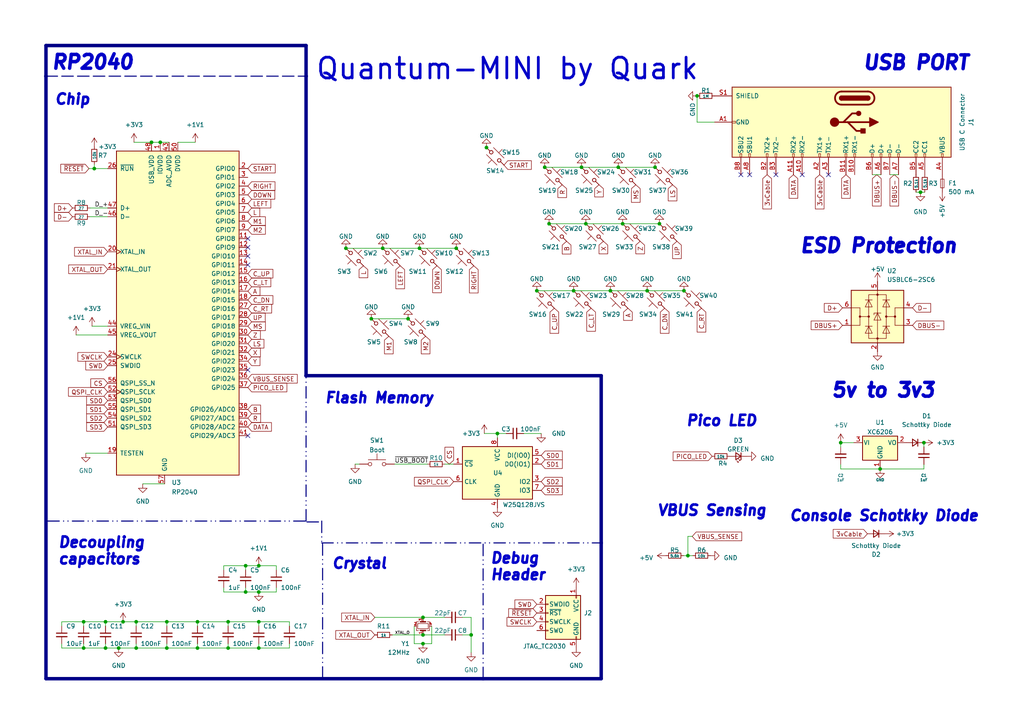
<source format=kicad_sch>
(kicad_sch (version 20230121) (generator eeschema)
  (paper "A4")
  (junction (at 174.371 157.4631))
  (junction (at 100.33 72.009))
  (junction (at 48.387 187.96))
  (junction (at 144.272 125.73))
  (junction (at 39.497 187.96))
  (junction (at 13.335 22.098))
  (junction (at 179.324 48.514))
  (junction (at 118.364 92.456))
  (junction (at 122.682 179.07))
  (junction (at 180.594 64.897))
  (junction (at 66.167 187.96))
  (junction (at 57.277 180.34))
  (junction (at 71.247 171.704))
  (junction (at 57.277 187.96))
  (junction (at 43.942 41.275))
  (junction (at 266.9794 55.753))
  (junction (at 157.988 48.514))
  (junction (at 27.3492 48.895))
  (junction (at 166.37 84.328))
  (junction (at 34.417 187.96))
  (junction (at 136.652 184.15))
  (junction (at 48.387 180.34))
  (junction (at 88.773 108.966))
  (junction (at 255.27 136.017) (diameter 0.9144))
  (junction (at 198.374 84.328))
  (junction (at 132.334 72.009))
  (junction (at 35.687 180.34))
  (junction (at 39.497 180.34))
  (junction (at 71.247 164.084))
  (junction (at 122.682 184.15))
  (junction (at 202.184 27.813))
  (junction (at 199.517 161.163))
  (junction (at 110.998 72.009))
  (junction (at 189.992 48.514))
  (junction (at 177.038 84.328))
  (junction (at 75.057 180.34))
  (junction (at 24.257 180.34))
  (junction (at 24.257 187.96))
  (junction (at 88.773 22.098))
  (junction (at 159.258 64.897))
  (junction (at 121.666 72.009))
  (junction (at 75.057 171.704))
  (junction (at 187.706 84.328))
  (junction (at 267.97 128.397))
  (junction (at 191.262 64.897))
  (junction (at 46.482 41.275))
  (junction (at 66.167 180.34))
  (junction (at 75.057 164.084))
  (junction (at 243.84 128.397) (diameter 0.9144))
  (junction (at 122.682 186.69))
  (junction (at 141.097 42.799))
  (junction (at 107.696 92.456))
  (junction (at 168.656 48.514))
  (junction (at 140.128 196.85))
  (junction (at 30.607 187.96))
  (junction (at 30.607 180.34))
  (junction (at 155.702 84.328))
  (junction (at 169.926 64.897))
  (junction (at 75.057 187.96))
  (no_connect (at 217.424 50.673))
  (no_connect (at 71.882 107.315))
  (no_connect (at 71.882 74.295))
  (no_connect (at 71.882 71.755))
  (no_connect (at 71.882 76.835))
  (no_connect (at 71.882 69.215))
  (no_connect (at 225.044 50.673))
  (no_connect (at 71.882 126.365))
  (no_connect (at 214.884 50.673))
  (no_connect (at 240.284 50.673))
  (no_connect (at 232.664 50.673))
  (wire (pts (xy 129.032 134.62) (xy 131.572 134.62)))
  (wire (pts (xy 64.897 170.434) (xy 64.897 171.704)))
  (wire (pts (xy 17.907 187.96) (xy 24.257 187.96)))
  (wire (pts (xy 166.37 84.328) (xy 177.038 84.328)))
  (bus (pts (xy 140.128 196.85) (xy 174.371 196.85)) (stroke (width 1)))
  (wire (pts (xy 120.142 181.61) (xy 120.142 186.69)))
  (wire (pts (xy 66.167 186.69) (xy 66.167 187.96)))
  (wire (pts (xy 102.997 134.62) (xy 104.267 134.62)))
  (wire (pts (xy 108.712 179.07) (xy 122.682 179.07)))
  (bus (pts (xy 13.335 22.098) (xy 13.335 196.85)) (stroke (width 1)))
  (wire (pts (xy 57.277 180.34) (xy 66.167 180.34)))
  (bus (pts (xy 140.128 196.85) (xy 140.128 157.48)) (stroke (width 0) (type dash_dot_dot)))
  (bus (pts (xy 174.371 157.4631) (xy 174.371 157.48)))
  (wire (pts (xy 265.684 55.753) (xy 266.9794 55.753)))
  (wire (pts (xy 180.594 64.897) (xy 191.262 64.897)))
  (wire (pts (xy 260.604 50.673) (xy 258.064 50.673)))
  (wire (pts (xy 17.907 186.69) (xy 17.907 187.96)))
  (wire (pts (xy 71.247 170.434) (xy 71.247 171.704)))
  (bus (pts (xy 13.843 151.13) (xy 88.773 151.13)) (stroke (width 0) (type dash_dot_dot)))
  (wire (pts (xy 187.706 84.328) (xy 198.374 84.328)))
  (wire (pts (xy 255.524 50.673) (xy 252.984 50.673)))
  (wire (pts (xy 48.387 180.34) (xy 48.387 181.61)))
  (wire (pts (xy 30.607 186.69) (xy 30.607 187.96)))
  (wire (pts (xy 26.1112 62.865) (xy 31.242 62.865)))
  (wire (pts (xy 100.33 72.009) (xy 110.998 72.009)))
  (wire (pts (xy 24.257 180.34) (xy 24.257 181.61)))
  (wire (pts (xy 267.97 134.7216) (xy 267.97 136.017)))
  (wire (pts (xy 17.907 180.34) (xy 24.257 180.34)))
  (wire (pts (xy 39.497 180.34) (xy 48.387 180.34)))
  (wire (pts (xy 27.3492 48.895) (xy 31.242 48.895)))
  (wire (pts (xy 39.497 180.34) (xy 39.497 181.61)))
  (bus (pts (xy 93.3122 157.4631) (xy 174.371 157.4631)) (stroke (width 0) (type dash_dot_dot)))
  (wire (pts (xy 80.137 171.704) (xy 80.137 170.434)))
  (wire (pts (xy 255.27 136.017) (xy 243.84 136.017)))
  (wire (pts (xy 30.607 180.34) (xy 35.687 180.34)))
  (wire (pts (xy 134.112 179.07) (xy 136.652 179.07)))
  (wire (pts (xy 114.427 134.62) (xy 123.952 134.62)))
  (wire (pts (xy 24.257 186.69) (xy 24.257 187.96)))
  (bus (pts (xy 13.335 13.208) (xy 88.773 13.208)) (stroke (width 1)))
  (wire (pts (xy 48.387 187.96) (xy 48.387 186.69)))
  (wire (pts (xy 121.666 72.009) (xy 132.334 72.009)))
  (wire (pts (xy 71.247 171.704) (xy 75.057 171.704)))
  (wire (pts (xy 107.696 92.456) (xy 118.364 92.456)))
  (wire (pts (xy 46.482 41.275) (xy 49.022 41.275)))
  (wire (pts (xy 66.167 180.34) (xy 75.057 180.34)))
  (bus (pts (xy 13.335 196.85) (xy 140.128 196.85)) (stroke (width 1)))
  (wire (pts (xy 140.462 125.73) (xy 144.272 125.73)))
  (wire (pts (xy 151.892 125.73) (xy 156.972 125.73)))
  (wire (pts (xy 144.272 125.73) (xy 144.272 127)))
  (wire (pts (xy 57.277 180.34) (xy 57.277 181.61)))
  (bus (pts (xy 88.773 13.208) (xy 88.773 22.098)) (stroke (width 1)))
  (wire (pts (xy 75.057 171.704) (xy 80.137 171.704)))
  (wire (pts (xy 17.907 181.61) (xy 17.907 180.34)))
  (wire (pts (xy 122.682 184.15) (xy 113.792 184.15)))
  (bus (pts (xy 88.773 22.098) (xy 88.773 108.966)) (stroke (width 1)))
  (wire (pts (xy 125.222 181.61) (xy 125.222 186.69)))
  (wire (pts (xy 199.517 161.163) (xy 200.9648 161.163)))
  (wire (pts (xy 75.057 180.34) (xy 75.057 181.61)))
  (wire (pts (xy 30.607 187.96) (xy 34.417 187.96)))
  (wire (pts (xy 267.97 129.6416) (xy 267.97 128.397)))
  (wire (pts (xy 136.652 184.15) (xy 134.112 184.15)))
  (wire (pts (xy 110.998 72.009) (xy 121.666 72.009)))
  (wire (pts (xy 30.607 180.34) (xy 30.607 181.61)))
  (bus (pts (xy 13.335 13.208) (xy 13.335 22.098)) (stroke (width 1)))
  (wire (pts (xy 71.247 164.084) (xy 71.247 165.354)))
  (wire (pts (xy 177.038 84.328) (xy 187.706 84.328)))
  (wire (pts (xy 159.258 64.897) (xy 169.926 64.897)))
  (wire (pts (xy 66.167 180.34) (xy 66.167 181.61)))
  (wire (pts (xy 75.057 164.084) (xy 80.137 164.084)))
  (wire (pts (xy 80.137 164.084) (xy 80.137 165.354)))
  (wire (pts (xy 24.892 131.445) (xy 31.242 131.445)))
  (wire (pts (xy 64.897 164.084) (xy 64.897 165.354)))
  (wire (pts (xy 24.257 187.96) (xy 30.607 187.96)))
  (wire (pts (xy 243.84 134.747) (xy 243.84 136.017)))
  (bus (pts (xy 174.371 196.85) (xy 174.371 157.4631)) (stroke (width 1)))
  (wire (pts (xy 136.652 184.15) (xy 136.652 189.23)))
  (wire (pts (xy 144.272 125.73) (xy 146.812 125.73)))
  (wire (pts (xy 27.3492 47.625) (xy 27.3492 48.895)))
  (bus (pts (xy 89.027 151.384) (xy 93.5662 151.384)) (stroke (width 0) (type dash_dot_dot)))
  (wire (pts (xy 200.787 155.575) (xy 199.517 155.575)))
  (bus (pts (xy 88.773 108.966) (xy 174.371 108.966)) (stroke (width 1)))
  (wire (pts (xy 48.387 187.96) (xy 57.277 187.96)))
  (wire (pts (xy 207.264 35.433) (xy 202.184 35.433)))
  (wire (pts (xy 75.057 180.34) (xy 83.947 180.34)))
  (wire (pts (xy 38.862 41.275) (xy 43.942 41.275)))
  (wire (pts (xy 26.1112 60.325) (xy 31.242 60.325)))
  (wire (pts (xy 66.167 187.96) (xy 75.057 187.96)))
  (wire (pts (xy 75.057 187.96) (xy 83.947 187.96)))
  (wire (pts (xy 202.184 35.433) (xy 202.184 27.813)))
  (wire (pts (xy 179.324 48.514) (xy 189.992 48.514)))
  (wire (pts (xy 120.142 186.69) (xy 122.682 186.69)))
  (wire (pts (xy 157.988 48.514) (xy 168.656 48.514)))
  (wire (pts (xy 43.942 41.275) (xy 46.482 41.275)))
  (wire (pts (xy 75.057 164.084) (xy 71.247 164.084)))
  (wire (pts (xy 136.652 179.07) (xy 136.652 184.15)))
  (wire (pts (xy 64.897 171.704) (xy 71.247 171.704)))
  (wire (pts (xy 129.032 179.07) (xy 122.682 179.07)))
  (wire (pts (xy 83.947 187.96) (xy 83.947 186.69)))
  (wire (pts (xy 30.607 180.34) (xy 24.257 180.34)))
  (wire (pts (xy 57.277 187.96) (xy 66.167 187.96)))
  (wire (pts (xy 25.8063 48.895) (xy 27.3492 48.895)))
  (bus (pts (xy 174.371 157.4631) (xy 174.371 108.966)) (stroke (width 1)))
  (wire (pts (xy 168.656 48.514) (xy 179.324 48.514)))
  (wire (pts (xy 31.242 97.155) (xy 22.0726 97.155)))
  (wire (pts (xy 41.402 140.335) (xy 47.752 140.335)))
  (wire (pts (xy 39.497 187.96) (xy 48.387 187.96)))
  (wire (pts (xy 155.702 84.328) (xy 166.37 84.328)))
  (bus (pts (xy 13.335 22.098) (xy 88.773 22.098)) (stroke (width 0) (type dash)))
  (wire (pts (xy 255.27 136.017) (xy 267.97 136.017)))
  (bus (pts (xy 93.5662 157.7171) (xy 93.5662 197.104)) (stroke (width 0) (type dash_dot_dot)))
  (wire (pts (xy 71.247 164.084) (xy 64.897 164.084)))
  (wire (pts (xy 125.222 186.69) (xy 122.682 186.69)))
  (wire (pts (xy 129.032 184.15) (xy 122.682 184.15)))
  (bus (pts (xy 93.3122 151.13) (xy 93.3122 157.4631)) (stroke (width 0) (type dash_dot_dot)))
  (wire (pts (xy 26.6954 94.615) (xy 31.242 94.615)))
  (wire (pts (xy 57.277 186.69) (xy 57.277 187.96)))
  (wire (pts (xy 199.517 155.575) (xy 199.517 161.163)))
  (wire (pts (xy 75.057 187.96) (xy 75.057 186.69)))
  (bus (pts (xy 88.773 151.13) (xy 88.773 108.966)) (stroke (width 0) (type dash_dot_dot)))
  (wire (pts (xy 243.84 128.397) (xy 243.84 129.667)))
  (wire (pts (xy 83.947 180.34) (xy 83.947 181.61)))
  (wire (pts (xy 51.562 41.275) (xy 56.642 41.275)))
  (wire (pts (xy 34.417 187.96) (xy 39.497 187.96)))
  (wire (pts (xy 266.9794 55.753) (xy 268.224 55.753)))
  (wire (pts (xy 48.387 180.34) (xy 57.277 180.34)))
  (wire (pts (xy 39.497 187.96) (xy 39.497 186.69)))
  (wire (pts (xy 243.84 128.397) (xy 247.65 128.397)))
  (wire (pts (xy 169.926 64.897) (xy 180.594 64.897)))
  (wire (pts (xy 35.687 180.34) (xy 39.497 180.34)))
  (wire (pts (xy 198.247 161.163) (xy 199.517 161.163)))
  (text "ESD Protection" (at 231.648 73.787 0) (effects (font (size 4 4) (thickness 2) bold italic) (justify left bottom)))
  (text "Crystal" (at 96.012 165.354 0) (effects (font (size 3 3) (thickness 2) bold italic) (justify left bottom)))
  (text "Chip" (at 15.621 30.734 0) (effects (font (size 3 3) (thickness 2) bold italic) (justify left bottom)))
  (text "VBUS Sensing" (at 190.373 149.987 0) (effects (font (size 3 3) (thickness 2) bold italic) (justify left bottom)))
  (text "Quantum-MINI by Quark" (at 202.946 23.622 0) (effects (font (size 6 6) (thickness 0.8) bold) (justify right bottom)))
  (text "Pico LED" (at 198.755 123.952 0) (effects (font (size 3 3) (thickness 2) bold italic) (justify left bottom)))
  (text "5v to 3v3" (at 240.792 115.697 0) (effects (font (size 4 4) (thickness 2) bold italic) (justify left bottom)))
  (text "RP2040" (at 14.605 20.574 0) (effects (font (size 4 4) (thickness 2) bold italic) (justify left bottom)))
  (text "Decoupling\ncapacitors" (at 16.637 164.084 0) (effects (font (size 3 3) (thickness 2) bold italic) (justify left bottom)))
  (text "Debug\nHeader" (at 141.986 168.656 0) (effects (font (size 3 3) (thickness 2) bold italic) (justify left bottom)))
  (text "Console Schotkky Diode" (at 228.727 151.511 0) (effects (font (size 3 3) (thickness 2) bold italic) (justify left bottom)))
  (text "USB PORT" (at 249.936 20.701 0) (effects (font (size 4 4) (thickness 2) bold italic) (justify left bottom)))
  (text "Flash Memory" (at 93.98 117.348 0) (effects (font (size 3 3) (thickness 2) bold italic) (justify left bottom)))
  (label "~{USB_BOOT}" (at 114.427 134.62 0))
  (label "XTAL_O" (at 118.872 184.15 180) (effects (font (size 0.8 0.8))))
  (label "D_-" (at 27.432 62.865 0))
  (label "D_+" (at 27.432 60.325 0))
  (global_label "DBUS-" (shape input) (at 259.3848 50.673 270) (property "Intersheetrefs" "${INTERSHEET_REFS}" (effects hide)))
  (global_label "LEFT" (shape input) (at 116.078 77.089 270) (property "Intersheetrefs" "${INTERSHEET_REFS}" (effects hide)))
  (global_label "L" (shape input) (at 105.41 77.089 270) (property "Intersheetrefs" "${INTERSHEET_REFS}" (effects hide)))
  (global_label "XTAL_IN" (shape input) (at 31.242 73.025 180) (property "Intersheetrefs" "${INTERSHEET_REFS}" (effects hide)))
  (global_label "RIGHT" (shape input) (at 71.882 53.975 0) (property "Intersheetrefs" "${INTERSHEET_REFS}" (effects hide)))
  (global_label "3vCable" (shape input) (at 251.587 154.813 180) (property "Intersheetrefs" "${INTERSHEET_REFS}" (effects hide)))
  (global_label "C_DN" (shape input) (at 192.786 89.408 270) (property "Intersheetrefs" "${INTERSHEET_REFS}" (effects hide)))
  (global_label "SD2" (shape input) (at 156.972 139.7 0) (property "Intersheetrefs" "${INTERSHEET_REFS}" (effects hide)))
  (global_label "DOWN" (shape input) (at 71.882 56.515 0) (property "Intersheetrefs" "${INTERSHEET_REFS}" (effects hide)))
  (global_label "XTAL_OUT" (shape input) (at 31.242 78.105 180) (property "Intersheetrefs" "${INTERSHEET_REFS}" (effects hide)))
  (global_label "SWCLK" (shape input) (at 31.242 103.505 180) (property "Intersheetrefs" "${INTERSHEET_REFS}" (effects hide)))
  (global_label "LEFT" (shape input) (at 71.882 59.055 0) (property "Intersheetrefs" "${INTERSHEET_REFS}" (effects hide)))
  (global_label "M1" (shape input) (at 112.776 97.536 270) (property "Intersheetrefs" "${INTERSHEET_REFS}" (effects hide)))
  (global_label "DATA" (shape input) (at 245.364 50.673 270) (property "Intersheetrefs" "${INTERSHEET_REFS}" (effects hide)))
  (global_label "QSPI_CLK" (shape input) (at 131.572 139.7 180) (property "Intersheetrefs" "${INTERSHEET_REFS}" (effects hide)))
  (global_label "PICO_LED" (shape input) (at 206.5528 132.334 180) (property "Intersheetrefs" "${INTERSHEET_REFS}" (effects hide)))
  (global_label "Z" (shape input) (at 71.882 97.155 0) (property "Intersheetrefs" "${INTERSHEET_REFS}" (effects hide)))
  (global_label "SD0" (shape input) (at 156.972 132.08 0) (property "Intersheetrefs" "${INTERSHEET_REFS}" (effects hide)))
  (global_label "3vCable" (shape input) (at 222.504 50.673 270) (property "Intersheetrefs" "${INTERSHEET_REFS}" (effects hide)))
  (global_label "C_UP" (shape input) (at 71.882 79.375 0) (property "Intersheetrefs" "${INTERSHEET_REFS}" (effects hide)))
  (global_label "X" (shape input) (at 71.882 102.235 0) (property "Intersheetrefs" "${INTERSHEET_REFS}" (effects hide)))
  (global_label "A" (shape input) (at 71.882 84.455 0) (property "Intersheetrefs" "${INTERSHEET_REFS}" (effects hide)))
  (global_label "C_LT" (shape input) (at 71.882 81.915 0) (property "Intersheetrefs" "${INTERSHEET_REFS}" (effects hide)))
  (global_label "LS" (shape input) (at 195.072 53.594 270) (property "Intersheetrefs" "${INTERSHEET_REFS}" (effects hide)))
  (global_label "A" (shape input) (at 182.118 89.408 270) (property "Intersheetrefs" "${INTERSHEET_REFS}" (effects hide)))
  (global_label "LS" (shape input) (at 71.882 99.695 0) (property "Intersheetrefs" "${INTERSHEET_REFS}" (effects hide)))
  (global_label "SD2" (shape input) (at 31.242 121.285 180) (property "Intersheetrefs" "${INTERSHEET_REFS}" (effects hide)))
  (global_label "Z" (shape input) (at 185.674 69.977 270) (property "Intersheetrefs" "${INTERSHEET_REFS}" (effects hide)))
  (global_label "C_UP" (shape input) (at 160.782 89.408 270) (property "Intersheetrefs" "${INTERSHEET_REFS}" (effects hide)))
  (global_label "MS" (shape input) (at 184.404 53.594 270) (property "Intersheetrefs" "${INTERSHEET_REFS}" (effects hide)))
  (global_label "RIGHT" (shape input) (at 137.414 77.089 270) (property "Intersheetrefs" "${INTERSHEET_REFS}" (effects hide)))
  (global_label "C_RT" (shape input) (at 71.882 89.535 0) (property "Intersheetrefs" "${INTERSHEET_REFS}" (effects hide)))
  (global_label "~{RESET}" (shape input) (at 155.702 177.8 180) (property "Intersheetrefs" "${INTERSHEET_REFS}" (effects hide)))
  (global_label "SWD" (shape input) (at 31.242 106.045 180) (property "Intersheetrefs" "${INTERSHEET_REFS}" (effects hide)))
  (global_label "C_LT" (shape input) (at 171.45 89.408 270) (property "Intersheetrefs" "${INTERSHEET_REFS}" (effects hide)))
  (global_label "DATA" (shape input) (at 230.124 50.673 270) (property "Intersheetrefs" "${INTERSHEET_REFS}" (effects hide)))
  (global_label "SD1" (shape input) (at 31.242 118.745 180) (property "Intersheetrefs" "${INTERSHEET_REFS}" (effects hide)))
  (global_label "DBUS+" (shape input) (at 254.3048 50.673 270) (property "Intersheetrefs" "${INTERSHEET_REFS}" (effects hide)))
  (global_label "CS" (shape input) (at 31.242 111.125 180) (property "Intersheetrefs" "${INTERSHEET_REFS}" (effects hide)))
  (global_label "D-" (shape input) (at 21.0312 62.865 180) (property "Intersheetrefs" "${INTERSHEET_REFS}" (effects hide)))
  (global_label "SD3" (shape input) (at 31.242 123.825 180) (property "Intersheetrefs" "${INTERSHEET_REFS}" (effects hide)))
  (global_label "Y" (shape input) (at 173.736 53.594 270) (property "Intersheetrefs" "${INTERSHEET_REFS}" (effects hide)))
  (global_label "X" (shape input) (at 175.006 69.977 270) (property "Intersheetrefs" "${INTERSHEET_REFS}" (effects hide)))
  (global_label "M2" (shape input) (at 71.882 66.675 0) (property "Intersheetrefs" "${INTERSHEET_REFS}" (effects hide)))
  (global_label "VBUS_SENSE" (shape input) (at 71.882 109.855 0) (property "Intersheetrefs" "${INTERSHEET_REFS}" (effects hide)))
  (global_label "DATA" (shape input) (at 71.882 123.825 0) (property "Intersheetrefs" "${INTERSHEET_REFS}" (effects hide)))
  (global_label "UP" (shape input) (at 71.882 92.075 0) (property "Intersheetrefs" "${INTERSHEET_REFS}" (effects hide)))
  (global_label "D+" (shape input) (at 244.348 89.281 180) (property "Intersheetrefs" "${INTERSHEET_REFS}" (effects hide)))
  (global_label "DOWN" (shape input) (at 126.746 77.089 270) (property "Intersheetrefs" "${INTERSHEET_REFS}" (effects hide)))
  (global_label "B" (shape input) (at 71.882 118.745 0) (property "Intersheetrefs" "${INTERSHEET_REFS}" (effects hide)))
  (global_label "SWCLK" (shape input) (at 155.702 180.34 180) (property "Intersheetrefs" "${INTERSHEET_REFS}" (effects hide)))
  (global_label "C_RT" (shape input) (at 203.454 89.408 270) (property "Intersheetrefs" "${INTERSHEET_REFS}" (effects hide)))
  (global_label "D-" (shape input) (at 264.668 89.281 0) (property "Intersheetrefs" "${INTERSHEET_REFS}" (effects hide)))
  (global_label "L" (shape input) (at 71.882 61.595 0) (property "Intersheetrefs" "${INTERSHEET_REFS}" (effects hide)))
  (global_label "~{RESET}" (shape input) (at 25.8063 48.895 180) (property "Intersheetrefs" "${INTERSHEET_REFS}" (effects hide)))
  (global_label "SD1" (shape input) (at 156.972 134.62 0) (property "Intersheetrefs" "${INTERSHEET_REFS}" (effects hide)))
  (global_label "DBUS-" (shape input) (at 264.668 94.361 0) (property "Intersheetrefs" "${INTERSHEET_REFS}" (effects hide)))
  (global_label "M1" (shape input) (at 71.882 64.135 0) (property "Intersheetrefs" "${INTERSHEET_REFS}" (effects hide)))
  (global_label "SD3" (shape input) (at 156.972 142.24 0) (property "Intersheetrefs" "${INTERSHEET_REFS}" (effects hide)))
  (global_label "B" (shape input) (at 164.338 69.977 270) (property "Intersheetrefs" "${INTERSHEET_REFS}" (effects hide)))
  (global_label "XTAL_OUT" (shape input) (at 108.712 184.15 180) (property "Intersheetrefs" "${INTERSHEET_REFS}" (effects hide)))
  (global_label "MS" (shape input) (at 71.882 94.615 0) (property "Intersheetrefs" "${INTERSHEET_REFS}" (effects hide)))
  (global_label "CS" (shape input) (at 130.302 134.62 90) (property "Intersheetrefs" "${INTERSHEET_REFS}" (effects hide)))
  (global_label "R" (shape input) (at 163.068 53.594 270) (property "Intersheetrefs" "${INTERSHEET_REFS}" (effects hide)))
  (global_label "START" (shape input) (at 146.177 47.879 0) (property "Intersheetrefs" "${INTERSHEET_REFS}" (effects hide)))
  (global_label "PICO_LED" (shape input) (at 71.882 112.395 0) (property "Intersheetrefs" "${INTERSHEET_REFS}" (effects hide)))
  (global_label "SD0" (shape input) (at 31.242 116.205 180) (property "Intersheetrefs" "${INTERSHEET_REFS}" (effects hide)))
  (global_label "3vCable" (shape input) (at 237.744 50.673 270) (property "Intersheetrefs" "${INTERSHEET_REFS}" (effects hide)))
  (global_label "VBUS_SENSE" (shape input) (at 200.787 155.575 0) (property "Intersheetrefs" "${INTERSHEET_REFS}" (effects hide)))
  (global_label "XTAL_IN" (shape input) (at 108.712 179.07 180) (property "Intersheetrefs" "${INTERSHEET_REFS}" (effects hide)))
  (global_label "START" (shape input) (at 71.882 48.895 0) (property "Intersheetrefs" "${INTERSHEET_REFS}" (effects hide)))
  (global_label "R" (shape input) (at 71.882 121.285 0) (property "Intersheetrefs" "${INTERSHEET_REFS}" (effects hide)))
  (global_label "DBUS+" (shape input) (at 244.348 94.361 180) (property "Intersheetrefs" "${INTERSHEET_REFS}" (effects hide)))
  (global_label "D+" (shape input) (at 21.0312 60.325 180) (property "Intersheetrefs" "${INTERSHEET_REFS}" (effects hide)))
  (global_label "UP" (shape input) (at 196.342 69.977 270) (property "Intersheetrefs" "${INTERSHEET_REFS}" (effects hide)))
  (global_label "QSPI_CLK" (shape input) (at 31.242 113.665 180) (property "Intersheetrefs" "${INTERSHEET_REFS}" (effects hide)))
  (global_label "Y" (shape input) (at 71.882 104.775 0) (property "Intersheetrefs" "${INTERSHEET_REFS}" (effects hide)))
  (global_label "C_DN" (shape input) (at 71.882 86.995 0) (property "Intersheetrefs" "${INTERSHEET_REFS}" (effects hide)))
  (global_label "M2" (shape input) (at 123.444 97.536 270) (property "Intersheetrefs" "${INTERSHEET_REFS}" (effects hide)))
  (global_label "SWD" (shape input) (at 155.702 175.26 180) (property "Intersheetrefs" "${INTERSHEET_REFS}" (effects hide)))
  (symbol (lib_id "marbastlib-mx:MX_SW_solder") (at 190.246 86.868 180) (unit 1)
    (property "Reference" "SW34" (at 187.96 91.186 0))
    (property "Value" "MX_SW_solder" (effects hide))
    (property "Footprint" "PCM_marbastlib-choc:SW_choc_v1_1u" (effects hide))
  )
  (symbol (lib_id "marbastlib-mx:MX_SW_solder") (at 158.242 86.868 180) (unit 1)
    (property "Reference" "SW16" (at 155.956 91.186 0))
    (property "Value" "MX_SW_solder" (effects hide))
    (property "Footprint" "PCM_marbastlib-choc:SW_choc_v1_1u" (effects hide))
  )
  (symbol (lib_id "Device:Crystal_GND24_Small") (at 122.682 181.61 270) (mirror x) (unit 1)
    (property "Reference" "Y1" (at 118.872 186.69 90) (effects (justify right)))
    (property "Value" "12MHz" (at 118.872 189.23 90) (effects (justify right)))
    (property "Footprint" "Crystal:Crystal_SMD_3225-4Pin_3.2x2.5mm" (effects hide))
    (property "LCSC" "C9002" (effects hide))
  )
  (symbol (lib_id "power:GND") (at 177.038 84.328 180) (unit 1)
    (property "Reference" "#PWR045" (effects hide))
    (property "Value" "GND" (at 177.038 80.899 0))
  )
  (symbol (lib_id "power:GND") (at 180.594 64.897 180) (unit 1)
    (property "Reference" "#PWR047" (effects hide))
    (property "Value" "GND" (at 180.594 61.468 0))
  )
  (symbol (lib_id "marbastlib-mx:MX_SW_HS") (at 102.87 74.549 0) (unit 1)
    (property "Reference" "SW2" (at 107.442 73.406 0))
    (property "Value" "MX_SW_HS" (effects hide))
    (property "Footprint" "PCM_marbastlib-choc:SW_choc_v1_HS_1u" (effects hide))
  )
  (symbol (lib_id "power:+5V") (at 273.304 55.753 180) (unit 1)
    (property "Reference" "#PWR026" (effects hide))
    (property "Value" "+5V" (at 273.3041 59.2074 90) (effects (justify left)))
  )
  (symbol (lib_id "power:+3V3") (at 35.687 180.34 0) (unit 1)
    (property "Reference" "#PWR06" (effects hide))
    (property "Value" "+3V3" (at 35.687 175.26 0))
  )
  (symbol (lib_id "power:GND") (at 121.666 72.009 180) (unit 1)
    (property "Reference" "#PWR036" (effects hide))
    (property "Value" "GND" (at 121.666 68.58 0))
  )
  (symbol (lib_id "marbastlib-mx:MX_SW_solder") (at 168.91 86.868 180) (unit 1)
    (property "Reference" "SW22" (at 166.624 91.186 0))
    (property "Value" "MX_SW_solder" (effects hide))
    (property "Footprint" "PCM_marbastlib-choc:SW_choc_v1_1u" (effects hide))
  )
  (symbol (lib_id "marbastlib-mx:MX_SW_HS") (at 179.578 86.868 0) (unit 1)
    (property "Reference" "SW28" (at 184.15 85.725 0))
    (property "Value" "MX_SW_HS" (effects hide))
    (property "Footprint" "PCM_marbastlib-choc:SW_choc_v1_HS_1u" (effects hide))
  )
  (symbol (lib_id "power:GND") (at 187.706 84.328 180) (unit 1)
    (property "Reference" "#PWR048" (effects hide))
    (property "Value" "GND" (at 187.706 80.899 0))
  )
  (symbol (lib_id "marbastlib-mx:MX_SW_solder") (at 134.874 74.549 180) (unit 1)
    (property "Reference" "SW12" (at 131.826 78.74 0))
    (property "Value" "MX_SW_solder" (effects hide))
    (property "Footprint" "PCM_marbastlib-choc:SW_choc_v1_1u" (effects hide))
  )
  (symbol (lib_id "Device:R_Small") (at 209.0928 132.334 90) (unit 1)
    (property "Reference" "R4" (at 211.0035 134.4111 90) (effects (justify left)))
    (property "Value" "10k" (at 210.2268 132.4456 90) (effects (font (size 0.8 0.8)) (justify left)))
    (property "Footprint" "Resistor_SMD:R_0402_1005Metric" (effects hide))
    (property "LCSC" "C25744" (effects hide))
  )
  (symbol (lib_id "power:+5V") (at 243.84 128.397 0) (unit 1)
    (property "Reference" "#PWR020" (effects hide))
    (property "Value" "+5V" (at 243.84 123.317 0))
  )
  (symbol (lib_id "Device:C_Small") (at 57.277 184.15 0) (unit 1)
    (property "Reference" "C14" (at 58.547 181.6099 0) (effects (justify left)))
    (property "Value" "100nF" (at 58.547 186.6899 0) (effects (justify left)))
    (property "Footprint" "Capacitor_SMD:C_0402_1005Metric" (effects hide))
    (property "LCSC" "C1525" (effects hide))
  )
  (symbol (lib_id "power:GND") (at 254.508 101.981 0) (unit 1)
    (property "Reference" "#PWR015" (effects hide))
    (property "Value" "GND" (at 254.508 106.5435 0))
  )
  (symbol (lib_id "Device:R_Small") (at 23.5712 62.865 90) (unit 1)
    (property "Reference" "R9" (at 23.5712 64.7446 90))
    (property "Value" "27" (at 23.5712 62.9666 90) (effects (font (size 0.8 0.8))))
    (property "Footprint" "Resistor_SMD:R_0603_1608Metric" (effects hide))
    (property "LCSC" "C25190" (effects hide))
  )
  (symbol (lib_id "marbastlib-mx:MX_SW_HS") (at 160.528 51.054 0) (unit 1)
    (property "Reference" "SW18" (at 165.1 49.911 0))
    (property "Value" "MX_SW_HS" (effects hide))
    (property "Footprint" "PCM_marbastlib-choc:SW_choc_v1_HS_1u" (effects hide))
  )
  (symbol (lib_id "power:GND") (at 136.652 189.23 0) (mirror y) (unit 1)
    (property "Reference" "#PWR017" (effects hide))
    (property "Value" "GND" (at 136.652 194.31 0))
  )
  (symbol (lib_id "Power_Protection:USBLC6-2SC6") (at 254.508 91.821 0) (unit 1)
    (property "Reference" "U2" (at 257.2767 78.5622 0) (effects (justify left)))
    (property "Value" "USBLC6-2SC6" (at 257.2767 81.1022 0) (effects (justify left)))
    (property "Footprint" "Package_TO_SOT_SMD:SOT-23-6" (effects hide))
    (property "Datasheet" "https://www.st.com/resource/en/datasheet/usblc6-2.pdf" (effects hide))
    (property "LCSC" "C7519" (effects hide))
  )
  (symbol (lib_id "Device:C_Small") (at 71.247 167.894 0) (unit 1)
    (property "Reference" "C5" (at 72.517 165.3539 0) (effects (justify left)))
    (property "Value" "100nF" (at 72.517 170.4339 0) (effects (justify left)))
    (property "Footprint" "Capacitor_SMD:C_0402_1005Metric" (effects hide))
    (property "LCSC" "C1525" (effects hide))
  )
  (symbol (lib_id "Device:C_Small") (at 24.257 184.15 0) (unit 1)
    (property "Reference" "C10" (at 25.527 181.6099 0) (effects (justify left)))
    (property "Value" "1uF" (at 25.527 186.6899 0) (effects (justify left)))
    (property "Footprint" "Capacitor_SMD:C_0402_1005Metric" (effects hide))
    (property "LCSC" "C52923" (effects hide))
  )
  (symbol (lib_id "Device:C_Small") (at 39.497 184.15 0) (unit 1)
    (property "Reference" "C12" (at 40.767 181.6099 0) (effects (justify left)))
    (property "Value" "100nF" (at 40.767 186.6899 0) (effects (justify left)))
    (property "Footprint" "Capacitor_SMD:C_0402_1005Metric" (effects hide))
    (property "LCSC" "C1525" (effects hide))
  )
  (symbol (lib_id "marbastlib-mx:MX_SW_solder") (at 120.904 94.996 180) (unit 1)
    (property "Reference" "SW8" (at 119.126 99.187 0))
    (property "Value" "MX_SW_solder" (effects hide))
    (property "Footprint" "PCM_marbastlib-choc:SW_choc_v1_1u" (effects hide))
  )
  (symbol (lib_id "power:GND") (at 156.972 125.73 0) (unit 1)
    (property "Reference" "#PWR021" (effects hide))
    (property "Value" "GND" (at 162.052 125.73 0))
  )
  (symbol (lib_id "marbastlib-mx:MX_SW_HS") (at 161.798 67.437 0) (unit 1)
    (property "Reference" "SW20" (at 166.37 66.294 0))
    (property "Value" "MX_SW_HS" (effects hide))
    (property "Footprint" "PCM_marbastlib-choc:SW_choc_v1_HS_1u" (effects hide))
  )
  (symbol (lib_id "power:+5V") (at 193.167 161.163 90) (unit 1)
    (property "Reference" "#PWR028" (effects hide))
    (property "Value" "+5V" (at 189.484 161.798 90) (effects (justify left)))
  )
  (symbol (lib_id "power:GND") (at 166.37 84.328 180) (unit 1)
    (property "Reference" "#PWR042" (effects hide))
    (property "Value" "GND" (at 166.37 80.899 0))
  )
  (symbol (lib_id "marbastlib-mx:MX_SW_HS") (at 183.134 67.437 0) (unit 1)
    (property "Reference" "SW32" (at 187.706 66.294 0))
    (property "Value" "MX_SW_HS" (effects hide))
    (property "Footprint" "PCM_marbastlib-choc:SW_choc_v1_HS_1u" (effects hide))
  )
  (symbol (lib_id "power:GND") (at 24.892 131.445 0) (unit 1)
    (property "Reference" "#PWR02" (effects hide))
    (property "Value" "GND" (at 24.892 136.525 0))
  )
  (symbol (lib_id "marbastlib-mx:MX_SW_HS") (at 171.196 51.054 0) (unit 1)
    (property "Reference" "SW24" (at 175.768 49.911 0))
    (property "Value" "MX_SW_HS" (effects hide))
    (property "Footprint" "PCM_marbastlib-choc:SW_choc_v1_HS_1u" (effects hide))
  )
  (symbol (lib_id "power:GND") (at 179.324 48.514 180) (unit 1)
    (property "Reference" "#PWR046" (effects hide))
    (property "Value" "GND" (at 179.324 45.085 0))
  )
  (symbol (lib_id "Device:R_Small") (at 268.224 53.213 0) (unit 1)
    (property "Reference" "R3" (at 269.2909 53.213 0) (effects (justify left)))
    (property "Value" "5.1k" (at 268.3256 54.5338 90) (effects (font (size 0.8 0.8)) (justify left)))
    (property "Footprint" "Resistor_SMD:R_0402_1005Metric" (effects hide))
    (property "LCSC" "C25744" (effects hide))
  )
  (symbol (lib_id "marbastlib-mx:MX_SW_HS") (at 124.206 74.549 0) (unit 1)
    (property "Reference" "SW10" (at 128.778 73.406 0))
    (property "Value" "MX_SW_HS" (effects hide))
    (property "Footprint" "PCM_marbastlib-choc:SW_choc_v1_HS_1u" (effects hide))
  )
  (symbol (lib_id "Device:Fuse_Small") (at 273.304 53.213 270) (unit 1)
    (property "Reference" "F1" (at 275.0312 53.1114 90) (effects (justify left)))
    (property "Value" "500 mA" (at 275.0312 55.6514 90) (effects (justify left)))
    (property "Footprint" "Fuse:Fuse_1206_3216Metric" (effects hide))
    (property "LCSC" "C70076" (effects hide))
  )
  (symbol (lib_id "Switch:SW_Push") (at 109.347 134.62 0) (unit 1) (in_bom no)
    (property "Reference" "SW1" (at 109.347 127.7325 0))
    (property "Value" "Boot" (at 109.347 130.5076 0))
    (property "Footprint" "Button_Switch_SMD:SW_SPST_SKQG_WithStem" (effects hide))
    (property "LCSC" "C318884" (effects hide))
  )
  (symbol (lib_id "marbastlib-mx:MX_SW_solder") (at 171.196 51.054 180) (unit 1)
    (property "Reference" "SW25" (at 169.418 55.245 0))
    (property "Value" "MX_SW_solder" (effects hide))
    (property "Footprint" "PCM_marbastlib-choc:SW_choc_v1_1u" (effects hide))
  )
  (symbol (lib_id "power:GND") (at 168.656 48.514 180) (unit 1)
    (property "Reference" "#PWR043" (effects hide))
    (property "Value" "GND" (at 168.656 45.085 0))
  )
  (symbol (lib_id "power:GND") (at 206.0448 161.163 90) (unit 1)
    (property "Reference" "#PWR029" (effects hide))
    (property "Value" "GND" (at 209.8548 161.798 90) (effects (justify right)))
  )
  (symbol (lib_id "power:+1V1") (at 56.642 41.275 0) (unit 1)
    (property "Reference" "#PWR09" (effects hide))
    (property "Value" "+1V1" (at 56.642 36.195 0))
  )
  (symbol (lib_id "Device:C_Small") (at 17.907 184.15 0) (unit 1)
    (property "Reference" "C9" (at 19.177 181.6099 0) (effects (justify left)))
    (property "Value" "10uF" (at 19.177 186.6899 0) (effects (justify left)))
    (property "Footprint" "Capacitor_SMD:C_0402_1005Metric" (effects hide))
    (property "LCSC" "C15525" (effects hide))
  )
  (symbol (lib_id "marbastlib-mx:MX_SW_HS") (at 120.904 94.996 0) (unit 1)
    (property "Reference" "SW9" (at 125.476 93.853 0))
    (property "Value" "MX_SW_HS" (effects hide))
    (property "Footprint" "PCM_marbastlib-choc:SW_choc_v1_HS_1u" (effects hide))
  )
  (symbol (lib_id "power:GND") (at 118.364 92.456 180) (unit 1)
    (property "Reference" "#PWR035" (effects hide))
    (property "Value" "GND" (at 118.364 89.027 0))
  )
  (symbol (lib_id "power:GND") (at 157.988 48.514 180) (unit 1)
    (property "Reference" "#PWR040" (effects hide))
    (property "Value" "GND" (at 157.988 45.085 0))
  )
  (symbol (lib_id "marbastlib-various:JTAG_TC2030") (at 162.052 180.34 0) (unit 1)
    (property "Reference" "J2" (at 169.3418 177.7999 0) (effects (justify left)))
    (property "Value" "JTAG_TC2030" (at 151.638 187.452 0) (effects (justify left)))
    (property "Footprint" "PCM_marbastlib-various:CON_TC2030_outlined" (effects hide))
    (property "Datasheet" " ~" (effects hide))
  )
  (symbol (lib_id "Device:D_Small") (at 265.43 128.397 180) (unit 1)
    (property "Reference" "D1" (at 268.7828 120.65 0))
    (property "Value" "Schottky Diode" (at 268.7828 123.19 0))
    (property "Footprint" "Diode_SMD:D_SOD-123" (effects hide))
    (property "LCSC" "C8598" (effects hide))
  )
  (symbol (lib_id "power:GND") (at 155.702 84.328 180) (unit 1)
    (property "Reference" "#PWR039" (effects hide))
    (property "Value" "GND" (at 155.702 80.899 0))
  )
  (symbol (lib_id "marbastlib-mx:MX_SW_HS") (at 192.532 51.054 0) (unit 1)
    (property "Reference" "SW36" (at 197.104 49.911 0))
    (property "Value" "MX_SW_HS" (effects hide))
    (property "Footprint" "PCM_marbastlib-choc:SW_choc_v1_HS_1u" (effects hide))
  )
  (symbol (lib_id "marbastlib-mx:MX_SW_HS") (at 200.914 86.868 0) (unit 1)
    (property "Reference" "SW40" (at 205.486 85.725 0))
    (property "Value" "MX_SW_HS" (effects hide))
    (property "Footprint" "PCM_marbastlib-choc:SW_choc_v1_HS_1u" (effects hide))
  )
  (symbol (lib_id "marbastlib-mx:MX_SW_HS") (at 168.91 86.868 0) (unit 1)
    (property "Reference" "SW23" (at 173.482 85.725 0))
    (property "Value" "MX_SW_HS" (effects hide))
    (property "Footprint" "PCM_marbastlib-choc:SW_choc_v1_HS_1u" (effects hide))
  )
  (symbol (lib_id "Device:R_Small") (at 111.252 184.15 270) (mirror x) (unit 1)
    (property "Reference" "R11" (at 111.252 181.61 90))
    (property "Value" "1k" (at 111.252 184.2449 90) (effects (font (size 0.8 0.8))))
    (property "Footprint" "Resistor_SMD:R_0402_1005Metric" (effects hide))
    (property "LCSC" "C11702" (effects hide))
  )
  (symbol (lib_id "Device:C_Small") (at 66.167 184.15 0) (unit 1)
    (property "Reference" "C15" (at 67.437 181.6099 0) (effects (justify left)))
    (property "Value" "100nF" (at 67.437 186.6899 0) (effects (justify left)))
    (property "Footprint" "Capacitor_SMD:C_0402_1005Metric" (effects hide))
    (property "LCSC" "C1525" (effects hide))
  )
  (symbol (lib_id "marbastlib-mx:MX_SW_solder") (at 143.637 45.339 180) (unit 1)
    (property "Reference" "SW14" (at 143.637 49.53 0))
    (property "Value" "MX_SW_solder" (effects hide))
    (property "Footprint" "PCM_marbastlib-choc:SW_choc_v1_1u" (effects hide))
  )
  (symbol (lib_id "power:GND") (at 266.9794 55.753 0) (unit 1)
    (property "Reference" "#PWR023" (effects hide))
    (property "Value" "GND" (at 266.9794 61.4426 0))
  )
  (symbol (lib_id "power:GND") (at 216.7128 132.334 90) (unit 1)
    (property "Reference" "#PWR031" (effects hide))
    (property "Value" "GND" (at 220.5228 132.969 90) (effects (justify right)))
  )
  (symbol (lib_id "marbastlib-mx:MX_SW_HS") (at 172.466 67.437 0) (unit 1)
    (property "Reference" "SW26" (at 177.038 66.294 0))
    (property "Value" "MX_SW_HS" (effects hide))
    (property "Footprint" "PCM_marbastlib-choc:SW_choc_v1_HS_1u" (effects hide))
  )
  (symbol (lib_id "marbastlib-mx:MX_SW_HS") (at 143.637 45.339 0) (unit 1)
    (property "Reference" "SW15" (at 148.209 44.196 0))
    (property "Value" "MX_SW_HS" (effects hide))
    (property "Footprint" "PCM_marbastlib-choc:SW_choc_v1_HS_1u" (effects hide))
  )
  (symbol (lib_id "marbastlib-mx:MX_SW_solder") (at 192.532 51.054 180) (unit 1)
    (property "Reference" "SW37" (at 190.754 55.245 0))
    (property "Value" "MX_SW_solder" (effects hide))
    (property "Footprint" "PCM_marbastlib-choc:SW_choc_v1_1u" (effects hide))
  )
  (symbol (lib_id "Device:R_Small") (at 27.3492 45.085 0) (unit 1)
    (property "Reference" "R7" (at 28.4161 45.085 0) (effects (justify left)))
    (property "Value" "10k" (at 27.4255 46.2026 90) (effects (font (size 0.8 0.8)) (justify left)))
    (property "Footprint" "Resistor_SMD:R_0402_1005Metric" (effects hide))
    (property "LCSC" "C25744" (effects hide))
  )
  (symbol (lib_id "power:+3V3") (at 38.862 41.275 0) (unit 1)
    (property "Reference" "#PWR07" (effects hide))
    (property "Value" "+3V3" (at 38.862 36.195 0))
  )
  (symbol (lib_id "Device:C_Small") (at 131.572 179.07 270) (mirror x) (unit 1)
    (property "Reference" "C7" (at 134.112 177.8 90))
    (property "Value" "22pF" (at 128.397 177.8 90))
    (property "Footprint" "Capacitor_SMD:C_0402_1005Metric" (effects hide))
    (property "LCSC" "C1555" (effects hide))
  )
  (symbol (lib_id "power:GND") (at 34.417 187.96 0) (unit 1)
    (property "Reference" "#PWR05" (effects hide))
    (property "Value" "GND" (at 34.417 193.04 0))
  )
  (symbol (lib_id "power:GND") (at 198.374 84.328 180) (unit 1)
    (property "Reference" "#PWR051" (effects hide))
    (property "Value" "GND" (at 198.374 80.899 0))
  )
  (symbol (lib_id "Device:R_Small") (at 203.5048 161.163 90) (unit 1)
    (property "Reference" "R6" (at 204.8419 159.5901 90) (effects (justify left)))
    (property "Value" "10k" (at 204.6388 161.2746 90) (effects (font (size 0.8 0.8)) (justify left)))
    (property "Footprint" "Resistor_SMD:R_0603_1608Metric" (effects hide))
    (property "LCSC" "C23192" (effects hide))
  )
  (symbol (lib_id "Device:C_Small") (at 131.572 184.15 270) (mirror x) (unit 1)
    (property "Reference" "C8" (at 134.112 182.88 90))
    (property "Value" "22pF" (at 128.397 182.88 90))
    (property "Footprint" "Capacitor_SMD:C_0402_1005Metric" (effects hide))
    (property "LCSC" "C1555" (effects hide))
  )
  (symbol (lib_id "power:GND") (at 167.132 187.96 0) (unit 1)
    (property "Reference" "#PWR025" (effects hide))
    (property "Value" "GND" (at 167.132 193.04 0))
  )
  (symbol (lib_id "Device:C_Small") (at 64.897 167.894 0) (unit 1)
    (property "Reference" "C4" (at 66.167 165.3539 0) (effects (justify left)))
    (property "Value" "1uF" (at 66.167 170.4339 0) (effects (justify left)))
    (property "Footprint" "Capacitor_SMD:C_0402_1005Metric" (effects hide))
    (property "LCSC" "C52923" (effects hide))
  )
  (symbol (lib_id "power:+3V3") (at 26.6954 94.615 0) (unit 1)
    (property "Reference" "#PWR03" (effects hide))
    (property "Value" "+3V3" (at 26.6954 89.535 0))
  )
  (symbol (lib_id "power:+3V3") (at 140.462 125.73 0) (unit 1)
    (property "Reference" "#PWR018" (effects hide))
    (property "Value" "+3V3" (at 136.652 125.73 0))
  )
  (symbol (lib_id "power:GND") (at 191.262 64.897 180) (unit 1)
    (property "Reference" "#PWR050" (effects hide))
    (property "Value" "GND" (at 191.262 61.468 0))
  )
  (symbol (lib_id "marbastlib-mx:MX_SW_HS") (at 158.242 86.868 0) (unit 1)
    (property "Reference" "SW17" (at 162.814 85.725 0))
    (property "Value" "MX_SW_HS" (effects hide))
    (property "Footprint" "PCM_marbastlib-choc:SW_choc_v1_HS_1u" (effects hide))
  )
  (symbol (lib_id "Device:C_Small") (at 80.137 167.894 0) (unit 1)
    (property "Reference" "C6" (at 81.407 165.3539 0) (effects (justify left)))
    (property "Value" "100nF" (at 81.407 170.4339 0) (effects (justify left)))
    (property "Footprint" "Capacitor_SMD:C_0402_1005Metric" (effects hide))
    (property "LCSC" "C1525" (effects hide))
  )
  (symbol (lib_id "power:+1V1") (at 22.0726 97.155 0) (unit 1)
    (property "Reference" "#PWR01" (effects hide))
    (property "Value" "+1V1" (at 22.0726 92.075 0))
  )
  (symbol (lib_id "power:+1V1") (at 75.057 164.084 0) (unit 1)
    (property "Reference" "#PWR010" (effects hide))
    (property "Value" "+1V1" (at 75.057 159.004 0))
  )
  (symbol (lib_id "power:+3.3V") (at 267.97 128.397 270) (unit 1)
    (property "Reference" "#PWR027" (effects hide))
    (property "Value" "+3.3V" (at 271.6022 128.3969 90) (effects (justify left)))
  )
  (symbol (lib_id "Device:C_Small") (at 267.97 132.1816 180) (unit 1)
    (property "Reference" "C1" (at 267.97 137.8966 0) (effects (font (size 0.762 0.762))))
    (property "Value" "1uF" (at 267.97 139.1666 0) (effects (font (size 0.762 0.762))))
    (property "Footprint" "Capacitor_SMD:C_0402_1005Metric" (effects hide))
    (property "LCSC" "C52923" (effects hide))
  )
  (symbol (lib_id "marbastlib-mx:MX_SW_solder") (at 102.87 74.549 180) (unit 1)
    (property "Reference" "SW3" (at 99.822 78.74 0))
    (property "Value" "MX_SW_solder" (effects hide))
    (property "Footprint" "PCM_marbastlib-choc:SW_choc_v1_1u" (effects hide))
  )
  (symbol (lib_id "Regulator_Linear:XC6206PxxxMR") (at 255.27 128.397 0) (unit 1)
    (property "Reference" "U1" (at 255.27 122.5255 0))
    (property "Value" "XC6206" (at 255.27 125.3006 0))
    (property "Footprint" "Package_TO_SOT_SMD:SOT-23" (effects hide))
    (property "Datasheet" "https://www.torexsemi.com/file/xc6206/XC6206.pdf" (effects hide))
    (property "LCSC" "C5446" (effects hide))
  )
  (symbol (lib_id "Device:C_Small") (at 243.84 132.207 180) (unit 1)
    (property "Reference" "C2" (at 243.84 137.922 0) (effects (font (size 0.762 0.762))))
    (property "Value" "1uF" (at 243.84 139.192 0) (effects (font (size 0.762 0.762))))
    (property "Footprint" "Capacitor_SMD:C_0402_1005Metric" (effects hide))
    (property "LCSC" "C52923" (effects hide))
  )
  (symbol (lib_id "Device:R_Small") (at 23.5712 60.325 90) (unit 1)
    (property "Reference" "R8" (at 23.5712 58.7756 90))
    (property "Value" "27" (at 23.5712 60.4266 90) (effects (font (size 0.8 0.8))))
    (property "Footprint" "Resistor_SMD:R_0603_1608Metric" (effects hide))
    (property "LCSC" "C25190" (effects hide))
  )
  (symbol (lib_id "marbastlib-mx:MX_SW_solder") (at 193.802 67.437 180) (unit 1)
    (property "Reference" "SW38" (at 191.77 71.628 0))
    (property "Value" "MX_SW_solder" (effects hide))
    (property "Footprint" "PCM_marbastlib-choc:SW_choc_v1_1u" (effects hide))
  )
  (symbol (lib_id "Device:D_Small") (at 254.127 154.813 180) (unit 1)
    (property "Reference" "D2" (at 254.127 160.8074 0))
    (property "Value" "Schottky Diode" (at 254.127 158.2674 0))
    (property "Footprint" "Diode_SMD:D_SOD-123" (effects hide))
    (property "LCSC" "C8598" (effects hide))
  )
  (symbol (lib_id "Device:C_Small") (at 75.057 184.15 0) (unit 1)
    (property "Reference" "C16" (at 76.327 181.6099 0) (effects (justify left)))
    (property "Value" "100nF" (at 76.327 186.6899 0) (effects (justify left)))
    (property "Footprint" "Capacitor_SMD:C_0402_1005Metric" (effects hide))
    (property "LCSC" "C1525" (effects hide))
  )
  (symbol (lib_id "marbastlib-mx:MX_SW_solder") (at 113.538 74.549 180) (unit 1)
    (property "Reference" "SW6" (at 110.49 78.74 0))
    (property "Value" "MX_SW_solder" (effects hide))
    (property "Footprint" "PCM_marbastlib-choc:SW_choc_v1_1u" (effects hide))
  )
  (symbol (lib_id "power:+3V3") (at 27.3492 42.545 0) (unit 1)
    (property "Reference" "#PWR04" (effects hide))
    (property "Value" "+3V3" (at 31.1592 42.545 0))
  )
  (symbol (lib_id "Device:R_Small") (at 195.707 161.163 90) (unit 1)
    (property "Reference" "R5" (at 197.0117 159.5601 90) (effects (justify left)))
    (property "Value" "5.6k" (at 197.0635 161.2299 90) (effects (font (size 0.8 0.8)) (justify left)))
    (property "Footprint" "Resistor_SMD:R_0603_1608Metric" (effects hide))
    (property "LCSC" "C23189" (effects hide))
  )
  (symbol (lib_id "power:GND") (at 189.992 48.514 180) (unit 1)
    (property "Reference" "#PWR049" (effects hide))
    (property "Value" "GND" (at 189.992 45.085 0))
  )
  (symbol (lib_id "power:GND") (at 141.097 42.799 180) (unit 1)
    (property "Reference" "#PWR038" (effects hide))
    (property "Value" "GND" (at 141.097 39.37 0))
  )
  (symbol (lib_id "Device:C_Small") (at 30.607 184.15 0) (unit 1)
    (property "Reference" "C11" (at 31.877 181.6099 0) (effects (justify left)))
    (property "Value" "100nF" (at 31.877 186.6899 0) (effects (justify left)))
    (property "Footprint" "Capacitor_SMD:C_0402_1005Metric" (effects hide))
    (property "LCSC" "C1525" (effects hide))
  )
  (symbol (lib_id "Device:R_Small") (at 204.724 27.813 90) (unit 1)
    (property "Reference" "R1" (at 204.724 26.2636 90))
    (property "Value" "1M" (at 204.724 27.9146 90) (effects (font (size 0.8 0.8))))
    (property "Footprint" "Resistor_SMD:R_0603_1608Metric" (effects hide))
    (property "LCSC" "C25190" (effects hide))
  )
  (symbol (lib_id "marbastlib-mx:MX_SW_solder") (at 181.864 51.054 180) (unit 1)
    (property "Reference" "SW30" (at 180.086 55.245 0))
    (property "Value" "MX_SW_solder" (effects hide))
    (property "Footprint" "PCM_marbastlib-choc:SW_choc_v1_1u" (effects hide))
  )
  (symbol (lib_id "power:GND") (at 255.27 136.017 0) (unit 1)
    (property "Reference" "#PWR022" (effects hide))
    (property "Value" "GND" (at 255.27 139.192 0) (effects (font (size 0.762 0.762))))
  )
  (symbol (lib_id "Device:R_Small") (at 265.684 53.213 180) (unit 1)
    (property "Reference" "R2" (at 264.6171 53.213 0) (effects (justify left)))
    (property "Value" "5.1k" (at 265.7856 51.8922 90) (effects (font (size 0.8 0.8)) (justify left)))
    (property "Footprint" "Resistor_SMD:R_0402_1005Metric" (effects hide))
    (property "LCSC" "C25744" (effects hide))
  )
  (symbol (lib_id "power:GND") (at 102.997 134.62 0) (unit 1)
    (property "Reference" "#PWR013" (effects hide))
    (property "Value" "GND" (at 102.997 139.7 0))
  )
  (symbol (lib_id "power:+3V3") (at 256.667 154.813 270) (unit 1)
    (property "Reference" "#PWR030" (effects hide))
    (property "Value" "+3V3" (at 265.2014 154.813 90) (effects (justify right)))
  )
  (symbol (lib_id "Device:C_Small") (at 48.387 184.15 0) (unit 1)
    (property "Reference" "C13" (at 49.657 181.6099 0) (effects (justify left)))
    (property "Value" "100nF" (at 49.657 186.6899 0) (effects (justify left)))
    (property "Footprint" "Capacitor_SMD:C_0402_1005Metric" (effects hide))
    (property "LCSC" "C1525" (effects hide))
  )
  (symbol (lib_id "marbastlib-mx:MX_SW_HS") (at 110.236 94.996 0) (unit 1)
    (property "Reference" "SW4" (at 114.808 93.853 0))
    (property "Value" "MX_SW_HS" (effects hide))
    (property "Footprint" "PCM_marbastlib-choc:SW_choc_v1_HS_1u" (effects hide))
  )
  (symbol (lib_id "marbastlib-mx:MX_SW_HS") (at 193.802 67.437 0) (unit 1)
    (property "Reference" "SW39" (at 198.374 66.294 0))
    (property "Value" "MX_SW_HS" (effects hide))
    (property "Footprint" "PCM_marbastlib-choc:SW_choc_v1_HS_1u" (effects hide))
  )
  (symbol (lib_id "marbastlib-mx:MX_SW_solder") (at 200.914 86.868 180) (unit 1)
    (property "Reference" "SW41" (at 198.628 91.186 0))
    (property "Value" "MX_SW_solder" (effects hide))
    (property "Footprint" "PCM_marbastlib-choc:SW_choc_v1_1u" (effects hide))
  )
  (symbol (lib_id "marbastlib-mx:MX_SW_solder") (at 161.798 67.437 180) (unit 1)
    (property "Reference" "SW21" (at 159.766 71.628 0))
    (property "Value" "MX_SW_solder" (effects hide))
    (property "Footprint" "PCM_marbastlib-choc:SW_choc_v1_1u" (effects hide))
  )
  (symbol (lib_id "power:GND") (at 202.184 27.813 270) (unit 1)
    (property "Reference" "#PWR012" (effects hide))
    (property "Value" "GND" (at 200.9141 29.7434 0) (effects (justify left)))
  )
  (symbol (lib_id "Device:C_Small") (at 149.352 125.73 90) (unit 1)
    (property "Reference" "C3" (at 148.0819 124.46 90) (effects (justify left)))
    (property "Value" "100nF" (at 156.9719 124.46 90) (effects (justify left)))
    (property "Footprint" "Capacitor_SMD:C_0402_1005Metric" (effects hide))
    (property "LCSC" "C1525" (effects hide))
  )
  (symbol (lib_id "marbastlib-mx:MX_SW_HS") (at 190.246 86.868 0) (unit 1)
    (property "Reference" "SW35" (at 194.818 85.725 0))
    (property "Value" "MX_SW_HS" (effects hide))
    (property "Footprint" "PCM_marbastlib-choc:SW_choc_v1_HS_1u" (effects hide))
  )
  (symbol (lib_id "power:GND") (at 169.926 64.897 180) (unit 1)
    (property "Reference" "#PWR044" (effects hide))
    (property "Value" "GND" (at 169.926 61.468 0))
  )
  (symbol (lib_id "Device:LED_Small") (at 214.1728 132.334 180) (unit 1)
    (property "Reference" "D3" (at 214.1093 127.762 0))
    (property "Value" "GREEN" (at 214.1093 130.302 0))
    (property "Footprint" "LED_SMD:LED_0805_2012Metric" (effects hide))
    (property "LCSC" "C2297" (effects hide))
  )
  (symbol (lib_id "power:+5V") (at 254.508 81.661 0) (unit 1)
    (property "Reference" "#PWR014" (effects hide))
    (property "Value" "+5V" (at 254.508 78.0565 0))
  )
  (symbol (lib_id "marbastlib-mx:MX_SW_solder") (at 183.134 67.437 180) (unit 1)
    (property "Reference" "SW33" (at 181.102 71.628 0))
    (property "Value" "MX_SW_solder" (effects hide))
    (property "Footprint" "PCM_marbastlib-choc:SW_choc_v1_1u" (effects hide))
  )
  (symbol (lib_id "Connector:USB_C_Receptacle") (at 247.904 35.433 270) (unit 1)
    (property "Reference" "J1" (at 281.6352 35.433 0))
    (property "Value" "USB C Connector" (at 279.0952 35.433 0))
    (property "Footprint" "footprints:TYPE-C_24P_QCHT" (effects hide))
    (property "Datasheet" "https://www.usb.org/sites/default/files/documents/usb_type-c.zip" (effects hide))
    (property "LCSC" "C456013" (effects hide))
  )
  (symbol (lib_id "marbastlib-mx:MX_SW_solder") (at 179.578 86.868 180) (unit 1)
    (property "Reference" "SW29" (at 177.292 91.186 0))
    (property "Value" "MX_SW_solder" (effects hide))
    (property "Footprint" "PCM_marbastlib-choc:SW_choc_v1_1u" (effects hide))
  )
  (symbol (lib_id "Device:C_Small") (at 83.947 184.15 0) (unit 1)
    (property "Reference" "C17" (at 85.217 181.6099 0) (effects (justify left)))
    (property "Value" "100nF" (at 85.217 186.6899 0) (effects (justify left)))
    (property "Footprint" "Capacitor_SMD:C_0402_1005Metric" (effects hide))
    (property "LCSC" "C1525" (effects hide))
  )
  (symbol (lib_id "marbastlib-mx:MX_SW_HS") (at 181.864 51.054 0) (unit 1)
    (property "Reference" "SW31" (at 186.436 49.911 0))
    (property "Value" "MX_SW_HS" (effects hide))
    (property "Footprint" "PCM_marbastlib-choc:SW_choc_v1_HS_1u" (effects hide))
  )
  (symbol (lib_id "power:GND") (at 75.057 171.704 0) (unit 1)
    (property "Reference" "#PWR011" (effects hide))
    (property "Value" "GND" (at 75.057 176.784 0))
  )
  (symbol (lib_id "marbastlib-mx:MX_SW_HS") (at 113.538 74.549 0) (unit 1)
    (property "Reference" "SW7" (at 118.11 73.406 0))
    (property "Value" "MX_SW_HS" (effects hide))
    (property "Footprint" "PCM_marbastlib-choc:SW_choc_v1_HS_1u" (effects hide))
  )
  (symbol (lib_id "marbastlib-mx:MX_SW_solder") (at 172.466 67.437 180) (unit 1)
    (property "Reference" "SW27" (at 170.434 71.628 0))
    (property "Value" "MX_SW_solder" (effects hide))
    (property "Footprint" "PCM_marbastlib-choc:SW_choc_v1_1u" (effects hide))
  )
  (symbol (lib_id "power:GND") (at 159.258 64.897 180) (unit 1)
    (property "Reference" "#PWR041" (effects hide))
    (property "Value" "GND" (at 159.258 61.468 0))
  )
  (symbol (lib_id "power:GND") (at 107.696 92.456 180) (unit 1)
    (property "Reference" "#PWR033" (effects hide))
    (property "Value" "GND" (at 107.696 89.027 0))
  )
  (symbol (lib_id "power:GND") (at 100.33 72.009 180) (unit 1)
    (property "Reference" "#PWR032" (effects hide))
    (property "Value" "GND" (at 100.33 68.58 0))
  )
  (symbol (lib_id "Memory_Flash:W25Q128JVS") (at 144.272 137.16 0) (unit 1)
    (property "Reference" "U4" (at 143.002 137.16 0) (effects (justify left)))
    (property "Value" "W25Q128JVS" (at 145.7918 146.4022 0) (effects (justify left)))
    (property "Footprint" "Package_SO:SOIC-8_5.23x5.23mm_P1.27mm" (effects hide))
    (property "Datasheet" "http://www.winbond.com/resource-files/w25q128jv_dtr%20revc%2003272018%20plus.pdf" (effects hide))
    (property "LCSC" "C97521" (effects hide))
  )
  (symbol (lib_id "power:+3V3") (at 167.132 170.18 0) (unit 1)
    (property "Reference" "#PWR024" (effects hide))
    (property "Value" "+3V3" (at 167.132 165.1 0))
  )
  (symbol (lib_id "Sleep-lib:RP2040") (at 51.562 92.075 0) (unit 1)
    (property "Reference" "U3" (at 49.7714 139.9445 0) (effects (justify left)))
    (property "Value" "RP2040" (at 49.7714 142.7196 0) (effects (justify left)))
    (property "Footprint" "footprints:RP2040-QFN-56" (effects hide))
    (property "Datasheet" "https://datasheets.raspberrypi.com/rp2040/rp2040-datasheet.pdf" (effects hide))
    (property "LCSC" "C2040" (effects hide))
  )
  (symbol (lib_id "marbastlib-mx:MX_SW_solder") (at 110.236 94.996 180) (unit 1)
    (property "Reference" "SW5" (at 108.458 99.187 0))
    (property "Value" "MX_SW_solder" (effects hide))
    (property "Footprint" "PCM_marbastlib-choc:SW_choc_v1_1u" (effects hide))
  )
  (symbol (lib_id "Device:R_Small") (at 126.492 134.62 90) (unit 1)
    (property "Reference" "R10" (at 126.4878 132.828 90))
    (property "Value" "1k" (at 126.4892 134.7009 90) (effects (font (size 0.8 0.8))))
    (property "Footprint" "Resistor_SMD:R_0402_1005Metric" (effects hide))
    (property "LCSC" "C11702" (effects hide))
  )
  (symbol (lib_id "power:GND") (at 41.402 140.335 0) (unit 1)
    (property "Reference" "#PWR08" (effects hide))
    (property "Value" "GND" (at 41.402 145.415 0))
  )
  (symbol (lib_id "power:GND") (at 110.998 72.009 180) (unit 1)
    (property "Reference" "#PWR034" (effects hide))
    (property "Value" "GND" (at 110.998 68.58 0))
  )
  (symbol (lib_id "power:GND") (at 144.272 147.32 0) (unit 1)
    (property "Reference" "#PWR019" (effects hide))
    (property "Value" "GND" (at 144.272 152.4 0))
  )
  (symbol (lib_id "marbastlib-mx:MX_SW_solder") (at 124.206 74.549 180) (unit 1)
    (property "Reference" "SW11" (at 121.158 78.74 0))
    (property "Value" "MX_SW_solder" (effects hide))
    (property "Footprint" "PCM_marbastlib-choc:SW_choc_v1_1u" (effects hide))
  )
  (symbol (lib_id "power:GND") (at 122.682 186.69 0) (mirror y) (unit 1)
    (property "Reference" "#PWR016" (effects hide))
    (property "Value" "GND" (at 122.682 191.77 0))
  )
  (symbol (lib_id "marbastlib-mx:MX_SW_solder") (at 160.528 51.054 180) (unit 1)
    (property "Reference" "SW19" (at 158.75 55.245 0))
    (property "Value" "MX_SW_solder" (effects hide))
    (property "Footprint" "PCM_marbastlib-choc:SW_choc_v1_1u" (effects hide))
  )
  (symbol (lib_id "marbastlib-mx:MX_SW_HS") (at 134.874 74.549 0) (unit 1)
    (property "Reference" "SW13" (at 139.446 73.406 0))
    (property "Value" "MX_SW_HS" (effects hide))
    (property "Footprint" "PCM_marbastlib-choc:SW_choc_v1_HS_1u" (effects hide))
  )
  (symbol (lib_id "power:GND") (at 132.334 72.009 180) (unit 1)
    (property "Reference" "#PWR037" (effects hide))
    (property "Value" "GND" (at 132.334 68.58 0))
  )
)
</source>
